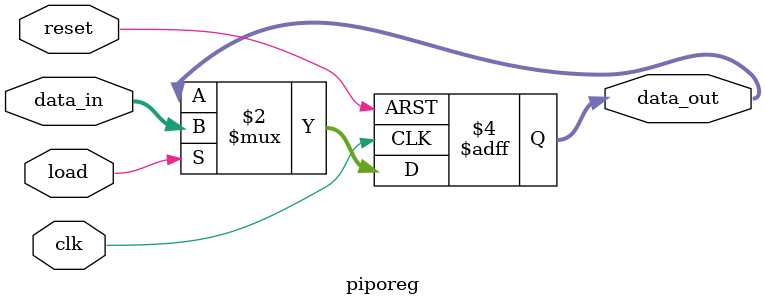
<source format=v>
module piporeg #(
    parameter WIDTH = 8
)(
    input wire clk,
    input wire reset,
    input wire load,
    input wire [WIDTH-1:0] data_in,
    output reg [WIDTH-1:0] data_out
);

    always @(posedge clk or posedge reset) begin
        if (reset) begin
            // Clear register on reset
            data_out <= {WIDTH{1'b0}};
        end
        else if (load) begin
            // Load data_in into output register
            data_out <= data_in;
        end
    end

endmodule
</source>
